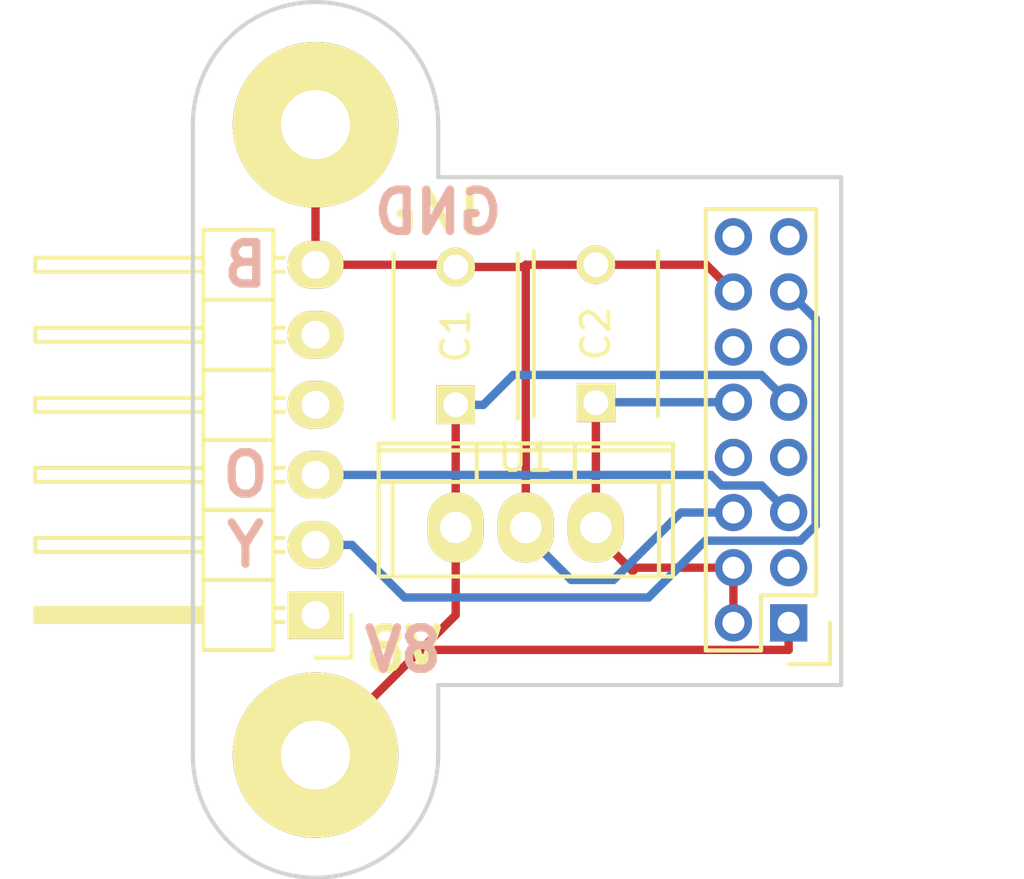
<source format=kicad_pcb>
(kicad_pcb (version 4) (host pcbnew 4.0.4+e1-6308~48~ubuntu16.04.1-stable)

  (general
    (links 16)
    (no_connects 0)
    (area 142.799999 103.429999 166.445001 135.330001)
    (thickness 1.6)
    (drawings 15)
    (tracks 48)
    (zones 0)
    (modules 7)
    (nets 6)
  )

  (page A4)
  (layers
    (0 F.Cu signal)
    (31 B.Cu signal)
    (32 B.Adhes user)
    (33 F.Adhes user)
    (34 B.Paste user)
    (35 F.Paste user)
    (36 B.SilkS user)
    (37 F.SilkS user)
    (38 B.Mask user)
    (39 F.Mask user)
    (40 Dwgs.User user)
    (41 Cmts.User user)
    (42 Eco1.User user)
    (43 Eco2.User user)
    (44 Edge.Cuts user)
    (45 Margin user)
    (46 B.CrtYd user)
    (47 F.CrtYd user)
    (48 B.Fab user)
    (49 F.Fab user)
  )

  (setup
    (last_trace_width 0.3048)
    (trace_clearance 0.1524)
    (zone_clearance 0.508)
    (zone_45_only no)
    (trace_min 0.2)
    (segment_width 0.2)
    (edge_width 0.15)
    (via_size 0.6858)
    (via_drill 0.3302)
    (via_min_size 0.4)
    (via_min_drill 0.3)
    (uvia_size 0.3)
    (uvia_drill 0.1)
    (uvias_allowed no)
    (uvia_min_size 0)
    (uvia_min_drill 0)
    (pcb_text_width 0.3)
    (pcb_text_size 1.5 1.5)
    (mod_edge_width 0.15)
    (mod_text_size 1 1)
    (mod_text_width 0.15)
    (pad_size 1.524 1.524)
    (pad_drill 0.762)
    (pad_to_mask_clearance 0.2)
    (aux_axis_origin 0 0)
    (visible_elements FFFEEF7F)
    (pcbplotparams
      (layerselection 0x00030_80000001)
      (usegerberextensions false)
      (excludeedgelayer true)
      (linewidth 0.100000)
      (plotframeref false)
      (viasonmask false)
      (mode 1)
      (useauxorigin false)
      (hpglpennumber 1)
      (hpglpenspeed 20)
      (hpglpendiameter 15)
      (hpglpenoverlay 2)
      (psnegative false)
      (psa4output false)
      (plotreference true)
      (plotvalue true)
      (plotinvisibletext false)
      (padsonsilk false)
      (subtractmaskfromsilk false)
      (outputformat 1)
      (mirror false)
      (drillshape 1)
      (scaleselection 1)
      (outputdirectory ""))
  )

  (net 0 "")
  (net 1 +8V)
  (net 2 GND)
  (net 3 +5V)
  (net 4 "Net-(P1-Pad2)")
  (net 5 "Net-(P1-Pad3)")

  (net_class Default "This is the default net class."
    (clearance 0.1524)
    (trace_width 0.3048)
    (via_dia 0.6858)
    (via_drill 0.3302)
    (uvia_dia 0.3)
    (uvia_drill 0.1)
    (add_net +5V)
    (add_net +8V)
    (add_net GND)
    (add_net "Net-(P1-Pad2)")
    (add_net "Net-(P1-Pad3)")
  )

  (module Pin_Headers:Pin_Header_Angled_1x06 (layer F.Cu) (tedit 0) (tstamp 5813D29E)
    (at 147.32 125.73 180)
    (descr "Through hole pin header")
    (tags "pin header")
    (path /58139867)
    (fp_text reference P1 (at 0 -5.1 180) (layer F.SilkS)
      (effects (font (size 1 1) (thickness 0.15)))
    )
    (fp_text value "Amphenol FCI 68016-106HLF" (at 0 -3.1 180) (layer F.Fab)
      (effects (font (size 1 1) (thickness 0.15)))
    )
    (fp_line (start -1.5 -1.75) (end -1.5 14.45) (layer F.CrtYd) (width 0.05))
    (fp_line (start 10.65 -1.75) (end 10.65 14.45) (layer F.CrtYd) (width 0.05))
    (fp_line (start -1.5 -1.75) (end 10.65 -1.75) (layer F.CrtYd) (width 0.05))
    (fp_line (start -1.5 14.45) (end 10.65 14.45) (layer F.CrtYd) (width 0.05))
    (fp_line (start -1.3 -1.55) (end -1.3 0) (layer F.SilkS) (width 0.15))
    (fp_line (start 0 -1.55) (end -1.3 -1.55) (layer F.SilkS) (width 0.15))
    (fp_line (start 4.191 -0.127) (end 10.033 -0.127) (layer F.SilkS) (width 0.15))
    (fp_line (start 10.033 -0.127) (end 10.033 0.127) (layer F.SilkS) (width 0.15))
    (fp_line (start 10.033 0.127) (end 4.191 0.127) (layer F.SilkS) (width 0.15))
    (fp_line (start 4.191 0.127) (end 4.191 0) (layer F.SilkS) (width 0.15))
    (fp_line (start 4.191 0) (end 10.033 0) (layer F.SilkS) (width 0.15))
    (fp_line (start 1.524 -0.254) (end 1.143 -0.254) (layer F.SilkS) (width 0.15))
    (fp_line (start 1.524 0.254) (end 1.143 0.254) (layer F.SilkS) (width 0.15))
    (fp_line (start 1.524 2.286) (end 1.143 2.286) (layer F.SilkS) (width 0.15))
    (fp_line (start 1.524 2.794) (end 1.143 2.794) (layer F.SilkS) (width 0.15))
    (fp_line (start 1.524 4.826) (end 1.143 4.826) (layer F.SilkS) (width 0.15))
    (fp_line (start 1.524 5.334) (end 1.143 5.334) (layer F.SilkS) (width 0.15))
    (fp_line (start 1.524 12.954) (end 1.143 12.954) (layer F.SilkS) (width 0.15))
    (fp_line (start 1.524 12.446) (end 1.143 12.446) (layer F.SilkS) (width 0.15))
    (fp_line (start 1.524 10.414) (end 1.143 10.414) (layer F.SilkS) (width 0.15))
    (fp_line (start 1.524 9.906) (end 1.143 9.906) (layer F.SilkS) (width 0.15))
    (fp_line (start 1.524 7.874) (end 1.143 7.874) (layer F.SilkS) (width 0.15))
    (fp_line (start 1.524 7.366) (end 1.143 7.366) (layer F.SilkS) (width 0.15))
    (fp_line (start 1.524 -1.27) (end 4.064 -1.27) (layer F.SilkS) (width 0.15))
    (fp_line (start 1.524 1.27) (end 4.064 1.27) (layer F.SilkS) (width 0.15))
    (fp_line (start 1.524 1.27) (end 1.524 3.81) (layer F.SilkS) (width 0.15))
    (fp_line (start 1.524 3.81) (end 4.064 3.81) (layer F.SilkS) (width 0.15))
    (fp_line (start 4.064 2.286) (end 10.16 2.286) (layer F.SilkS) (width 0.15))
    (fp_line (start 10.16 2.286) (end 10.16 2.794) (layer F.SilkS) (width 0.15))
    (fp_line (start 10.16 2.794) (end 4.064 2.794) (layer F.SilkS) (width 0.15))
    (fp_line (start 4.064 3.81) (end 4.064 1.27) (layer F.SilkS) (width 0.15))
    (fp_line (start 4.064 1.27) (end 4.064 -1.27) (layer F.SilkS) (width 0.15))
    (fp_line (start 10.16 0.254) (end 4.064 0.254) (layer F.SilkS) (width 0.15))
    (fp_line (start 10.16 -0.254) (end 10.16 0.254) (layer F.SilkS) (width 0.15))
    (fp_line (start 4.064 -0.254) (end 10.16 -0.254) (layer F.SilkS) (width 0.15))
    (fp_line (start 1.524 1.27) (end 4.064 1.27) (layer F.SilkS) (width 0.15))
    (fp_line (start 1.524 -1.27) (end 1.524 1.27) (layer F.SilkS) (width 0.15))
    (fp_line (start 1.524 8.89) (end 4.064 8.89) (layer F.SilkS) (width 0.15))
    (fp_line (start 1.524 8.89) (end 1.524 11.43) (layer F.SilkS) (width 0.15))
    (fp_line (start 1.524 11.43) (end 4.064 11.43) (layer F.SilkS) (width 0.15))
    (fp_line (start 4.064 9.906) (end 10.16 9.906) (layer F.SilkS) (width 0.15))
    (fp_line (start 10.16 9.906) (end 10.16 10.414) (layer F.SilkS) (width 0.15))
    (fp_line (start 10.16 10.414) (end 4.064 10.414) (layer F.SilkS) (width 0.15))
    (fp_line (start 4.064 11.43) (end 4.064 8.89) (layer F.SilkS) (width 0.15))
    (fp_line (start 4.064 13.97) (end 4.064 11.43) (layer F.SilkS) (width 0.15))
    (fp_line (start 10.16 12.954) (end 4.064 12.954) (layer F.SilkS) (width 0.15))
    (fp_line (start 10.16 12.446) (end 10.16 12.954) (layer F.SilkS) (width 0.15))
    (fp_line (start 4.064 12.446) (end 10.16 12.446) (layer F.SilkS) (width 0.15))
    (fp_line (start 1.524 13.97) (end 4.064 13.97) (layer F.SilkS) (width 0.15))
    (fp_line (start 1.524 11.43) (end 1.524 13.97) (layer F.SilkS) (width 0.15))
    (fp_line (start 1.524 11.43) (end 4.064 11.43) (layer F.SilkS) (width 0.15))
    (fp_line (start 1.524 6.35) (end 4.064 6.35) (layer F.SilkS) (width 0.15))
    (fp_line (start 1.524 6.35) (end 1.524 8.89) (layer F.SilkS) (width 0.15))
    (fp_line (start 1.524 8.89) (end 4.064 8.89) (layer F.SilkS) (width 0.15))
    (fp_line (start 4.064 7.366) (end 10.16 7.366) (layer F.SilkS) (width 0.15))
    (fp_line (start 10.16 7.366) (end 10.16 7.874) (layer F.SilkS) (width 0.15))
    (fp_line (start 10.16 7.874) (end 4.064 7.874) (layer F.SilkS) (width 0.15))
    (fp_line (start 4.064 8.89) (end 4.064 6.35) (layer F.SilkS) (width 0.15))
    (fp_line (start 4.064 6.35) (end 4.064 3.81) (layer F.SilkS) (width 0.15))
    (fp_line (start 10.16 5.334) (end 4.064 5.334) (layer F.SilkS) (width 0.15))
    (fp_line (start 10.16 4.826) (end 10.16 5.334) (layer F.SilkS) (width 0.15))
    (fp_line (start 4.064 4.826) (end 10.16 4.826) (layer F.SilkS) (width 0.15))
    (fp_line (start 1.524 6.35) (end 4.064 6.35) (layer F.SilkS) (width 0.15))
    (fp_line (start 1.524 3.81) (end 1.524 6.35) (layer F.SilkS) (width 0.15))
    (fp_line (start 1.524 3.81) (end 4.064 3.81) (layer F.SilkS) (width 0.15))
    (pad 1 thru_hole rect (at 0 0 180) (size 2.032 1.7272) (drill 1.016) (layers *.Cu *.Mask F.SilkS))
    (pad 2 thru_hole oval (at 0 2.54 180) (size 2.032 1.7272) (drill 1.016) (layers *.Cu *.Mask F.SilkS)
      (net 4 "Net-(P1-Pad2)"))
    (pad 3 thru_hole oval (at 0 5.08 180) (size 2.032 1.7272) (drill 1.016) (layers *.Cu *.Mask F.SilkS)
      (net 5 "Net-(P1-Pad3)"))
    (pad 4 thru_hole oval (at 0 7.62 180) (size 2.032 1.7272) (drill 1.016) (layers *.Cu *.Mask F.SilkS))
    (pad 5 thru_hole oval (at 0 10.16 180) (size 2.032 1.7272) (drill 1.016) (layers *.Cu *.Mask F.SilkS))
    (pad 6 thru_hole oval (at 0 12.7 180) (size 2.032 1.7272) (drill 1.016) (layers *.Cu *.Mask F.SilkS)
      (net 2 GND))
    (model Pin_Headers.3dshapes/Pin_Header_Angled_1x06.wrl
      (at (xyz 0 -0.25 0))
      (scale (xyz 1 1 1))
      (rotate (xyz 0 0 90))
    )
  )

  (module Pin_Headers:Pin_Header_Straight_2x08_Pitch2.00mm (layer F.Cu) (tedit 5813DD05) (tstamp 5813D2CD)
    (at 164.465 126.015 180)
    (descr "Through hole pin header, 2x08, 2.00mm pitch, double row")
    (tags "pin header double row")
    (path /5813979D)
    (fp_text reference P3 (at 0 -5 180) (layer F.SilkS) hide
      (effects (font (size 1 1) (thickness 0.15)))
    )
    (fp_text value "3M 151216-7422-RB" (at 0 -3 180) (layer F.Fab)
      (effects (font (size 1 1) (thickness 0.15)))
    )
    (fp_line (start -1 1) (end 1 1) (layer F.SilkS) (width 0.15))
    (fp_line (start 1 1) (end 1 -1) (layer F.SilkS) (width 0.15))
    (fp_line (start 1 -1) (end 3 -1) (layer F.SilkS) (width 0.15))
    (fp_line (start 3 -1) (end 3 1) (layer F.SilkS) (width 0.15))
    (fp_line (start 3 1) (end 3 15) (layer F.SilkS) (width 0.15))
    (fp_line (start 3 15) (end -1 15) (layer F.SilkS) (width 0.15))
    (fp_line (start -1 15) (end -1 1) (layer F.SilkS) (width 0.15))
    (fp_line (start -1.6 -1.6) (end 3.6 -1.6) (layer F.CrtYd) (width 0.05))
    (fp_line (start 3.6 -1.6) (end 3.6 15.6) (layer F.CrtYd) (width 0.05))
    (fp_line (start 3.6 15.6) (end -1.6 15.6) (layer F.CrtYd) (width 0.05))
    (fp_line (start -1.6 15.6) (end -1.6 -1.6) (layer F.CrtYd) (width 0.05))
    (fp_line (start -1.5 0) (end -1.5 -1.5) (layer F.SilkS) (width 0.15))
    (fp_line (start -1.5 -1.5) (end 0 -1.5) (layer F.SilkS) (width 0.15))
    (pad 1 thru_hole rect (at 0 0 180) (size 1.35 1.35) (drill 0.8) (layers *.Cu *.Mask)
      (net 1 +8V))
    (pad 3 thru_hole circle (at 0 2 180) (size 1.35 1.35) (drill 0.8) (layers *.Cu *.Mask))
    (pad 5 thru_hole circle (at 0 4 180) (size 1.35 1.35) (drill 0.8) (layers *.Cu *.Mask)
      (net 5 "Net-(P1-Pad3)"))
    (pad 7 thru_hole circle (at 0 6 180) (size 1.35 1.35) (drill 0.8) (layers *.Cu *.Mask))
    (pad 9 thru_hole circle (at 0 8 180) (size 1.35 1.35) (drill 0.8) (layers *.Cu *.Mask)
      (net 1 +8V))
    (pad 11 thru_hole circle (at 0 10 180) (size 1.35 1.35) (drill 0.8) (layers *.Cu *.Mask))
    (pad 13 thru_hole circle (at 0 12 180) (size 1.35 1.35) (drill 0.8) (layers *.Cu *.Mask)
      (net 4 "Net-(P1-Pad2)"))
    (pad 15 thru_hole circle (at 0 14 180) (size 1.35 1.35) (drill 0.8) (layers *.Cu *.Mask))
    (pad 2 thru_hole circle (at 2 0 180) (size 1.35 1.35) (drill 0.8) (layers *.Cu *.Mask)
      (net 3 +5V))
    (pad 4 thru_hole circle (at 2 2 180) (size 1.35 1.35) (drill 0.8) (layers *.Cu *.Mask)
      (net 3 +5V))
    (pad 6 thru_hole circle (at 2 4 180) (size 1.35 1.35) (drill 0.8) (layers *.Cu *.Mask)
      (net 2 GND))
    (pad 8 thru_hole circle (at 2 6 180) (size 1.35 1.35) (drill 0.8) (layers *.Cu *.Mask))
    (pad 10 thru_hole circle (at 2 8 180) (size 1.35 1.35) (drill 0.8) (layers *.Cu *.Mask)
      (net 3 +5V))
    (pad 12 thru_hole circle (at 2 10 180) (size 1.35 1.35) (drill 0.8) (layers *.Cu *.Mask))
    (pad 14 thru_hole circle (at 2 12 180) (size 1.35 1.35) (drill 0.8) (layers *.Cu *.Mask)
      (net 2 GND))
    (pad 16 thru_hole circle (at 2 14 180) (size 1.35 1.35) (drill 0.8) (layers *.Cu *.Mask))
    (model Pin_Headers.3dshapes/Pin_Header_Straight_2x08_Pitch2.00mm.wrl
      (at (xyz 0 0 0))
      (scale (xyz 1 1 1))
      (rotate (xyz 0 0 0))
    )
  )

  (module Power_Integrations:TO-220 (layer F.Cu) (tedit 0) (tstamp 5813D2DE)
    (at 154.94 122.555)
    (descr "Non Isolated JEDEC TO-220 Package")
    (tags "Power Integration YN Package")
    (path /58139A6B)
    (fp_text reference U1 (at 0 -2.54) (layer F.SilkS)
      (effects (font (size 1 1) (thickness 0.15)))
    )
    (fp_text value 7805MS (at 0 -4.318) (layer F.Fab)
      (effects (font (size 1 1) (thickness 0.15)))
    )
    (fp_line (start 4.826 -1.651) (end 4.826 1.778) (layer F.SilkS) (width 0.15))
    (fp_line (start -4.826 -1.651) (end -4.826 1.778) (layer F.SilkS) (width 0.15))
    (fp_line (start 5.334 -2.794) (end -5.334 -2.794) (layer F.SilkS) (width 0.15))
    (fp_line (start 1.778 -1.778) (end 1.778 -3.048) (layer F.SilkS) (width 0.15))
    (fp_line (start -1.778 -1.778) (end -1.778 -3.048) (layer F.SilkS) (width 0.15))
    (fp_line (start -5.334 -1.651) (end 5.334 -1.651) (layer F.SilkS) (width 0.15))
    (fp_line (start 5.334 1.778) (end -5.334 1.778) (layer F.SilkS) (width 0.15))
    (fp_line (start -5.334 -3.048) (end -5.334 1.778) (layer F.SilkS) (width 0.15))
    (fp_line (start 5.334 -3.048) (end 5.334 1.778) (layer F.SilkS) (width 0.15))
    (fp_line (start 5.334 -3.048) (end -5.334 -3.048) (layer F.SilkS) (width 0.15))
    (pad 2 thru_hole oval (at 0 0) (size 2.032 2.54) (drill 1.143) (layers *.Cu *.Mask F.SilkS)
      (net 2 GND))
    (pad 3 thru_hole oval (at 2.54 0) (size 2.032 2.54) (drill 1.143) (layers *.Cu *.Mask F.SilkS)
      (net 3 +5V))
    (pad 1 thru_hole oval (at -2.54 0) (size 2.032 2.54) (drill 1.143) (layers *.Cu *.Mask F.SilkS)
      (net 1 +8V))
  )

  (module Capacitors_ThroughHole:C_Disc_D6_P5 (layer F.Cu) (tedit 0) (tstamp 5813D608)
    (at 152.4 118.11 90)
    (descr "Capacitor 6mm Disc, Pitch 5mm")
    (tags Capacitor)
    (path /5813A182)
    (fp_text reference C1 (at 2.5 0 90) (layer F.SilkS)
      (effects (font (size 1 1) (thickness 0.15)))
    )
    (fp_text value 100n (at 2.5 3.5 90) (layer F.Fab)
      (effects (font (size 1 1) (thickness 0.15)))
    )
    (fp_line (start -0.95 -2.5) (end 5.95 -2.5) (layer F.CrtYd) (width 0.05))
    (fp_line (start 5.95 -2.5) (end 5.95 2.5) (layer F.CrtYd) (width 0.05))
    (fp_line (start 5.95 2.5) (end -0.95 2.5) (layer F.CrtYd) (width 0.05))
    (fp_line (start -0.95 2.5) (end -0.95 -2.5) (layer F.CrtYd) (width 0.05))
    (fp_line (start -0.5 -2.25) (end 5.5 -2.25) (layer F.SilkS) (width 0.15))
    (fp_line (start 5.5 2.25) (end -0.5 2.25) (layer F.SilkS) (width 0.15))
    (pad 1 thru_hole rect (at 0 0 90) (size 1.4 1.4) (drill 0.9) (layers *.Cu *.Mask F.SilkS)
      (net 1 +8V))
    (pad 2 thru_hole circle (at 5 0 90) (size 1.4 1.4) (drill 0.9) (layers *.Cu *.Mask F.SilkS)
      (net 2 GND))
    (model Capacitors_ThroughHole.3dshapes/C_Disc_D6_P5.wrl
      (at (xyz 0.0984252 0 0))
      (scale (xyz 1 1 1))
      (rotate (xyz 0 0 0))
    )
  )

  (module Capacitors_ThroughHole:C_Disc_D6_P5 (layer F.Cu) (tedit 0) (tstamp 5813D613)
    (at 157.48 118.03 90)
    (descr "Capacitor 6mm Disc, Pitch 5mm")
    (tags Capacitor)
    (path /5813A0B4)
    (fp_text reference C2 (at 2.5 0 90) (layer F.SilkS)
      (effects (font (size 1 1) (thickness 0.15)))
    )
    (fp_text value 100n (at 2.5 3.5 90) (layer F.Fab)
      (effects (font (size 1 1) (thickness 0.15)))
    )
    (fp_line (start -0.95 -2.5) (end 5.95 -2.5) (layer F.CrtYd) (width 0.05))
    (fp_line (start 5.95 -2.5) (end 5.95 2.5) (layer F.CrtYd) (width 0.05))
    (fp_line (start 5.95 2.5) (end -0.95 2.5) (layer F.CrtYd) (width 0.05))
    (fp_line (start -0.95 2.5) (end -0.95 -2.5) (layer F.CrtYd) (width 0.05))
    (fp_line (start -0.5 -2.25) (end 5.5 -2.25) (layer F.SilkS) (width 0.15))
    (fp_line (start 5.5 2.25) (end -0.5 2.25) (layer F.SilkS) (width 0.15))
    (pad 1 thru_hole rect (at 0 0 90) (size 1.4 1.4) (drill 0.9) (layers *.Cu *.Mask F.SilkS)
      (net 3 +5V))
    (pad 2 thru_hole circle (at 5 0 90) (size 1.4 1.4) (drill 0.9) (layers *.Cu *.Mask F.SilkS)
      (net 2 GND))
    (model Capacitors_ThroughHole.3dshapes/C_Disc_D6_P5.wrl
      (at (xyz 0.0984252 0 0))
      (scale (xyz 1 1 1))
      (rotate (xyz 0 0 0))
    )
  )

  (module Wire_Pads:SolderWirePad_single_2-5mmDrill (layer F.Cu) (tedit 5813DD0E) (tstamp 5813D691)
    (at 147.32 130.81 90)
    (path /5813D615)
    (fp_text reference P2 (at 0 -5.08 90) (layer F.SilkS) hide
      (effects (font (size 1 1) (thickness 0.15)))
    )
    (fp_text value CONN_01X01 (at 1.27 5.08 90) (layer F.Fab)
      (effects (font (size 1 1) (thickness 0.15)))
    )
    (pad 1 thru_hole circle (at 0 0 90) (size 5.99948 5.99948) (drill 2.49936) (layers *.Cu *.Mask F.SilkS)
      (net 1 +8V))
  )

  (module Wire_Pads:SolderWirePad_single_2-5mmDrill (layer F.Cu) (tedit 5813DD11) (tstamp 5813D699)
    (at 147.32 107.95)
    (path /5813D670)
    (fp_text reference P4 (at 0 -5.08) (layer F.SilkS) hide
      (effects (font (size 1 1) (thickness 0.15)))
    )
    (fp_text value CONN_01X01 (at 1.27 5.08) (layer F.Fab)
      (effects (font (size 1 1) (thickness 0.15)))
    )
    (pad 1 thru_hole circle (at 0 0) (size 5.99948 5.99948) (drill 2.49936) (layers *.Cu *.Mask F.SilkS)
      (net 2 GND))
  )

  (gr_text 8V (at 150.495 127) (layer B.SilkS)
    (effects (font (size 1.5 1.5) (thickness 0.3)) (justify mirror))
  )
  (gr_text GND (at 151.765 111.125) (layer B.SilkS)
    (effects (font (size 1.5 1.5) (thickness 0.3)) (justify mirror))
  )
  (gr_text B (at 144.78 113.03) (layer B.SilkS)
    (effects (font (size 1.5 1.5) (thickness 0.3)) (justify mirror))
  )
  (gr_text O (at 144.78 120.65) (layer B.SilkS)
    (effects (font (size 1.5 1.5) (thickness 0.3)) (justify mirror))
  )
  (gr_text Y (at 144.78 123.19) (layer B.SilkS)
    (effects (font (size 1.5 1.5) (thickness 0.3)) (justify mirror))
  )
  (gr_text GND (at 151.765 111.125) (layer F.SilkS)
    (effects (font (size 1.5 1.5) (thickness 0.3)))
  )
  (gr_text 8V (at 150.495 127) (layer F.SilkS)
    (effects (font (size 1.5 1.5) (thickness 0.3)))
  )
  (gr_line (start 151.765 109.855) (end 151.765 107.95) (layer Edge.Cuts) (width 0.15))
  (gr_line (start 151.765 128.27) (end 151.765 130.81) (layer Edge.Cuts) (width 0.15))
  (gr_arc (start 147.32 130.81) (end 151.765 130.81) (angle 180) (layer Edge.Cuts) (width 0.15))
  (gr_arc (start 147.32 107.95) (end 142.875 107.95) (angle 180) (layer Edge.Cuts) (width 0.15))
  (gr_line (start 151.765 109.855) (end 166.37 109.855) (layer Edge.Cuts) (width 0.15))
  (gr_line (start 142.875 130.81) (end 142.875 107.95) (layer Edge.Cuts) (width 0.15))
  (gr_line (start 166.37 128.27) (end 151.765 128.27) (layer Edge.Cuts) (width 0.15))
  (gr_line (start 166.37 109.855) (end 166.37 128.27) (layer Edge.Cuts) (width 0.15))

  (segment (start 164.465 126.015) (end 164.464999 126.994801) (width 0.3048) (layer F.Cu) (net 1))
  (segment (start 152.4 125.73) (end 152.4 122.555) (width 0.3048) (layer F.Cu) (net 1))
  (segment (start 164.464999 126.994801) (end 151.135199 126.994801) (width 0.3048) (layer F.Cu) (net 1))
  (segment (start 151.135199 126.994801) (end 152.4 125.73) (width 0.3048) (layer F.Cu) (net 1))
  (segment (start 147.32 130.81) (end 151.13 127) (width 0.3048) (layer F.Cu) (net 1))
  (segment (start 164.465 118.015) (end 163.475199 117.025199) (width 0.3048) (layer B.Cu) (net 1))
  (segment (start 163.475199 117.025199) (end 154.489601 117.025199) (width 0.3048) (layer B.Cu) (net 1))
  (segment (start 154.489601 117.025199) (end 153.4048 118.11) (width 0.3048) (layer B.Cu) (net 1))
  (segment (start 153.4048 118.11) (end 152.4 118.11) (width 0.3048) (layer B.Cu) (net 1))
  (segment (start 152.4 122.555) (end 152.4 118.11) (width 0.3048) (layer F.Cu) (net 1))
  (segment (start 162.465 122.015) (end 160.56 122.015) (width 0.3048) (layer B.Cu) (net 2))
  (segment (start 160.56 122.015) (end 158.115 124.46) (width 0.3048) (layer B.Cu) (net 2))
  (segment (start 158.115 124.46) (end 156.591 124.46) (width 0.3048) (layer B.Cu) (net 2))
  (segment (start 156.591 124.46) (end 154.94 122.809) (width 0.3048) (layer B.Cu) (net 2))
  (segment (start 154.94 122.809) (end 154.94 122.555) (width 0.3048) (layer B.Cu) (net 2))
  (segment (start 157.48 113.03) (end 161.48 113.03) (width 0.3048) (layer F.Cu) (net 2))
  (segment (start 161.48 113.03) (end 162.465 114.015) (width 0.3048) (layer F.Cu) (net 2))
  (segment (start 147.32 113.03) (end 147.32 111.8616) (width 0.3048) (layer F.Cu) (net 2))
  (segment (start 147.32 111.8616) (end 147.32 107.95) (width 0.3048) (layer F.Cu) (net 2))
  (segment (start 147.32 113.03) (end 152.32 113.03) (width 0.3048) (layer F.Cu) (net 2))
  (segment (start 152.32 113.03) (end 152.4 113.11) (width 0.3048) (layer F.Cu) (net 2))
  (segment (start 152.4 113.11) (end 154.86 113.11) (width 0.3048) (layer F.Cu) (net 2))
  (segment (start 154.86 113.11) (end 154.94 113.03) (width 0.3048) (layer F.Cu) (net 2))
  (segment (start 154.94 113.03) (end 157.48 113.03) (width 0.3048) (layer F.Cu) (net 2))
  (segment (start 154.94 122.555) (end 154.94 113.03) (width 0.3048) (layer F.Cu) (net 2))
  (segment (start 162.465 124.015) (end 158.94 124.015) (width 0.3048) (layer F.Cu) (net 3))
  (segment (start 158.94 124.015) (end 158.8252 124.1298) (width 0.3048) (layer F.Cu) (net 3))
  (segment (start 158.8252 124.1298) (end 158.8008 124.1298) (width 0.3048) (layer F.Cu) (net 3))
  (segment (start 158.8008 124.1298) (end 157.48 122.809) (width 0.3048) (layer F.Cu) (net 3))
  (segment (start 157.48 122.809) (end 157.48 122.555) (width 0.3048) (layer F.Cu) (net 3))
  (segment (start 162.465 126.015) (end 162.465 124.015) (width 0.3048) (layer F.Cu) (net 3))
  (segment (start 162.465 118.015) (end 157.495 118.015) (width 0.3048) (layer B.Cu) (net 3))
  (segment (start 157.495 118.015) (end 157.48 118.03) (width 0.3048) (layer B.Cu) (net 3))
  (segment (start 157.48 122.555) (end 157.48 120.9802) (width 0.3048) (layer F.Cu) (net 3))
  (segment (start 157.48 120.9802) (end 157.48 118.03) (width 0.3048) (layer F.Cu) (net 3))
  (segment (start 164.465 114.015) (end 165.444801 114.994801) (width 0.3048) (layer B.Cu) (net 4))
  (segment (start 165.444801 114.994801) (end 165.444801 122.485305) (width 0.3048) (layer B.Cu) (net 4))
  (segment (start 165.444801 122.485305) (end 164.894907 123.035199) (width 0.3048) (layer B.Cu) (net 4))
  (segment (start 150.5458 125.095) (end 148.6408 123.19) (width 0.3048) (layer B.Cu) (net 4))
  (segment (start 164.894907 123.035199) (end 161.444801 123.035199) (width 0.3048) (layer B.Cu) (net 4))
  (segment (start 161.444801 123.035199) (end 159.385 125.095) (width 0.3048) (layer B.Cu) (net 4))
  (segment (start 159.385 125.095) (end 150.5458 125.095) (width 0.3048) (layer B.Cu) (net 4))
  (segment (start 148.6408 123.19) (end 147.32 123.19) (width 0.3048) (layer B.Cu) (net 4))
  (segment (start 147.32 120.65) (end 161.649894 120.65) (width 0.3048) (layer B.Cu) (net 5))
  (segment (start 161.649894 120.65) (end 162.035093 121.035199) (width 0.3048) (layer B.Cu) (net 5))
  (segment (start 162.035093 121.035199) (end 163.485199 121.035199) (width 0.3048) (layer B.Cu) (net 5))
  (segment (start 163.485199 121.035199) (end 163.790001 121.340001) (width 0.3048) (layer B.Cu) (net 5))
  (segment (start 163.790001 121.340001) (end 164.465 122.015) (width 0.3048) (layer B.Cu) (net 5))

)

</source>
